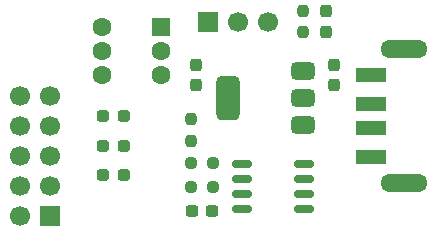
<source format=gbr>
%TF.GenerationSoftware,KiCad,Pcbnew,9.0.2*%
%TF.CreationDate,2025-05-29T11:38:48+08:00*%
%TF.ProjectId,uart_tool,75617274-5f74-46f6-9f6c-2e6b69636164,rev?*%
%TF.SameCoordinates,Original*%
%TF.FileFunction,Soldermask,Top*%
%TF.FilePolarity,Negative*%
%FSLAX46Y46*%
G04 Gerber Fmt 4.6, Leading zero omitted, Abs format (unit mm)*
G04 Created by KiCad (PCBNEW 9.0.2) date 2025-05-29 11:38:48*
%MOMM*%
%LPD*%
G01*
G04 APERTURE LIST*
G04 Aperture macros list*
%AMRoundRect*
0 Rectangle with rounded corners*
0 $1 Rounding radius*
0 $2 $3 $4 $5 $6 $7 $8 $9 X,Y pos of 4 corners*
0 Add a 4 corners polygon primitive as box body*
4,1,4,$2,$3,$4,$5,$6,$7,$8,$9,$2,$3,0*
0 Add four circle primitives for the rounded corners*
1,1,$1+$1,$2,$3*
1,1,$1+$1,$4,$5*
1,1,$1+$1,$6,$7*
1,1,$1+$1,$8,$9*
0 Add four rect primitives between the rounded corners*
20,1,$1+$1,$2,$3,$4,$5,0*
20,1,$1+$1,$4,$5,$6,$7,0*
20,1,$1+$1,$6,$7,$8,$9,0*
20,1,$1+$1,$8,$9,$2,$3,0*%
G04 Aperture macros list end*
%ADD10RoundRect,0.237500X-0.237500X0.250000X-0.237500X-0.250000X0.237500X-0.250000X0.237500X0.250000X0*%
%ADD11RoundRect,0.237500X-0.287500X-0.237500X0.287500X-0.237500X0.287500X0.237500X-0.287500X0.237500X0*%
%ADD12RoundRect,0.237500X-0.300000X-0.237500X0.300000X-0.237500X0.300000X0.237500X-0.300000X0.237500X0*%
%ADD13RoundRect,0.237500X0.237500X-0.250000X0.237500X0.250000X-0.237500X0.250000X-0.237500X-0.250000X0*%
%ADD14RoundRect,0.375000X0.625000X0.375000X-0.625000X0.375000X-0.625000X-0.375000X0.625000X-0.375000X0*%
%ADD15RoundRect,0.500000X0.500000X1.400000X-0.500000X1.400000X-0.500000X-1.400000X0.500000X-1.400000X0*%
%ADD16R,1.700000X1.700000*%
%ADD17C,1.700000*%
%ADD18RoundRect,0.237500X0.237500X-0.300000X0.237500X0.300000X-0.237500X0.300000X-0.237500X-0.300000X0*%
%ADD19RoundRect,0.237500X0.250000X0.237500X-0.250000X0.237500X-0.250000X-0.237500X0.250000X-0.237500X0*%
%ADD20R,2.500000X1.200000*%
%ADD21O,4.000000X1.500000*%
%ADD22R,1.600000X1.600000*%
%ADD23C,1.600000*%
%ADD24RoundRect,0.150000X0.675000X0.150000X-0.675000X0.150000X-0.675000X-0.150000X0.675000X-0.150000X0*%
%ADD25RoundRect,0.237500X0.237500X-0.287500X0.237500X0.287500X-0.237500X0.287500X-0.237500X-0.287500X0*%
G04 APERTURE END LIST*
D10*
%TO.C,R4*%
X176100000Y-97612500D03*
X176100000Y-95787500D03*
%TD*%
D11*
%TO.C,D4*%
X168625000Y-95500000D03*
X170375000Y-95500000D03*
%TD*%
%TO.C,D3*%
X168625000Y-100500000D03*
X170375000Y-100500000D03*
%TD*%
D12*
%TO.C,C3*%
X176137500Y-103500000D03*
X177862500Y-103500000D03*
%TD*%
D13*
%TO.C,R1*%
X185500000Y-88412500D03*
X185500000Y-86587500D03*
%TD*%
D14*
%TO.C,U1*%
X185512500Y-96300000D03*
X185512500Y-94000000D03*
D15*
X179212500Y-94000000D03*
D14*
X185512500Y-91700000D03*
%TD*%
D16*
%TO.C,J1*%
X177460000Y-87500000D03*
D17*
X180000000Y-87500000D03*
X182540000Y-87500000D03*
%TD*%
D18*
%TO.C,C2*%
X176500000Y-92862500D03*
X176500000Y-91137500D03*
%TD*%
D19*
%TO.C,R3*%
X177912500Y-101500000D03*
X176087500Y-101500000D03*
%TD*%
D18*
%TO.C,C1*%
X188200000Y-92862500D03*
X188200000Y-91137500D03*
%TD*%
D19*
%TO.C,R2*%
X177912500Y-99500000D03*
X176087500Y-99500000D03*
%TD*%
D11*
%TO.C,D2*%
X168625000Y-98000000D03*
X170375000Y-98000000D03*
%TD*%
D20*
%TO.C,USB1*%
X191273000Y-92000000D03*
X191273000Y-94500000D03*
X191273000Y-96500000D03*
X191273000Y-99000000D03*
D21*
X194073000Y-101200000D03*
X194073000Y-89800000D03*
%TD*%
D22*
%TO.C,SW1*%
X173499500Y-88000000D03*
D23*
X173500000Y-90000000D03*
X173500000Y-92000000D03*
X168500000Y-88000000D03*
X168500000Y-90000000D03*
X168500000Y-92000000D03*
%TD*%
D24*
%TO.C,U2*%
X185625000Y-103405000D03*
X185625000Y-102135000D03*
X185625000Y-100865000D03*
X185625000Y-99595000D03*
X180375000Y-99595000D03*
X180375000Y-100865000D03*
X180375000Y-102135000D03*
X180375000Y-103405000D03*
%TD*%
D16*
%TO.C,J3*%
X164160254Y-103999181D03*
D17*
X161620254Y-103999181D03*
X164160254Y-101459181D03*
X161620254Y-101459181D03*
X164160254Y-98919181D03*
X161620254Y-98919181D03*
X164160254Y-96379181D03*
X161620254Y-96379181D03*
X164160254Y-93839181D03*
X161620254Y-93839181D03*
%TD*%
D25*
%TO.C,D1*%
X187500000Y-88375000D03*
X187500000Y-86625000D03*
%TD*%
M02*

</source>
